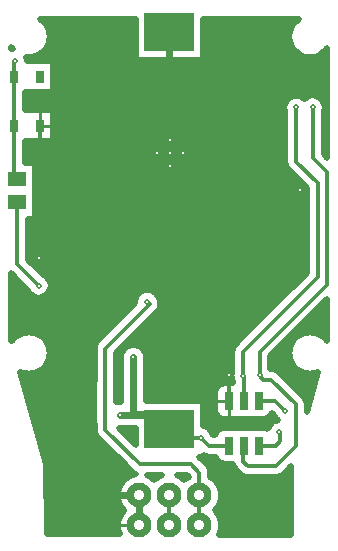
<source format=gbr>
G04 DipTrace 3.2.0.1*
G04 Íèæíèé.gbr*
%MOMM*%
G04 #@! TF.FileFunction,Copper,L2,Bot*
G04 #@! TF.Part,Single*
%AMOUTLINE0*
4,1,4,
-0.3758,0.7496,
0.3742,0.75043,
0.3758,-0.7496,
-0.3742,-0.75043,
-0.3758,0.7496,
0*%
%ADD15C,0.3*%
%ADD19C,0.2*%
%ADD31C,0.9*%
G04 #@! TA.AperFunction,CopperBalancing*
%ADD10C,0.25*%
G04 #@! TA.AperFunction,ViaPad*
%ADD16C,0.6*%
G04 #@! TA.AperFunction,CopperBalancing*
%ADD17C,0.5*%
%ADD24R,1.5X1.3*%
G04 #@! TA.AperFunction,ComponentPad*
%ADD27C,2.1*%
%ADD28R,4.2X3.2*%
%ADD29R,0.7X1.1*%
%ADD54OUTLINE0*%
%FSLAX35Y35*%
G04*
G71*
G90*
G75*
G01*
G04 Bottom*
%LPD*%
X-254000Y-3150000D2*
D16*
Y-2942539D1*
X-304822Y-2891717D1*
X-481647D1*
X-973067Y-2400298D1*
Y-998817D1*
X-992040D1*
X-1106547Y-884310D1*
X-973067Y-998817D2*
X-832970D1*
X-154003Y-319850D1*
X-3483D1*
Y-108392D1*
Y3092D1*
Y117053D1*
Y989360D1*
X-1097727Y232953D2*
D15*
Y-875490D1*
X-1106547Y-884310D1*
X506357Y-1878090D2*
Y-326133D1*
X-154003D1*
Y-319850D1*
X1108917Y-312217D2*
X1119900Y-323200D1*
X-133D1*
X-3483Y-319850D1*
X501683Y-2098333D2*
Y-2092303D1*
X504023Y-2094643D1*
Y-1880423D1*
X506357Y-1878090D1*
X570Y3092D2*
D16*
X-3483D1*
X3048Y-108392D2*
X-3483D1*
X3048Y117053D2*
X-3483D1*
X-418780Y-2210937D2*
Y-2214270D1*
X-116730D1*
D15*
X0Y-2331000D1*
X-304650Y-1725780D2*
D16*
Y-2195840D1*
D15*
X0D1*
Y-2331000D1*
X-1289510Y-409070D2*
Y-937387D1*
X-1107593Y-1119303D1*
X264207Y-2405507D2*
X74507D1*
X0Y-2331000D1*
X502090Y-2475337D2*
X334037D1*
X264207Y-2405507D1*
X0Y-2896000D2*
Y-3150000D1*
X254000D2*
Y-2702043D1*
X184340Y-2632383D1*
X-249387D1*
X-542870Y-2338900D1*
Y-1652050D1*
X-168710Y-1277890D1*
X-189413Y-1257187D1*
X755683Y-2098060D2*
X897367D1*
X979887Y-2180580D1*
X756093Y-2475060D2*
X900747D1*
X937503Y-2438303D1*
Y-2360080D1*
X929383D1*
X1073257Y389020D2*
Y-71457D1*
X1254863Y-253063D1*
Y-1048343D1*
X624897Y-1678310D1*
Y-1880660D1*
X628680D1*
Y-2098197D1*
X1212133Y390020D2*
Y-41423D1*
X1330990Y-160280D1*
Y-1110470D1*
X762763Y-1678697D1*
Y-1876577D1*
Y-1883613D1*
X794757Y-1915607D1*
X861557D1*
X1069723Y-2123773D1*
Y-2477657D1*
X898393Y-2648987D1*
X662579D1*
X625123Y-2611531D1*
Y-2479167D1*
X629093Y-2475197D1*
X-1312727Y647953D2*
Y232953D1*
Y-195853D1*
X-1289510Y-219070D1*
X-1312727Y647953D2*
Y783380D1*
X-1308273D1*
D17*
D3*
X1212133Y390020D3*
X1073257Y389020D3*
X1108917Y-312217D3*
X-1106547Y-884310D3*
X-1107593Y-1119303D3*
X-189413Y-1257187D3*
X-304650Y-1725780D3*
X762763Y-1876577D3*
X506357Y-1878090D3*
X624897Y-1880660D3*
X979887Y-2180580D3*
X-418780Y-2210937D3*
X929383Y-2360080D3*
X264207Y-2405507D3*
D16*
X570Y3092D3*
X-103481D3*
X112054Y5569D3*
X3048Y-108392D3*
Y117053D3*
X-1041195Y1090304D2*
D17*
X-292041D1*
X291995D2*
X1041149D1*
X-1017132Y1040637D2*
X-292041D1*
X291995D2*
X1017178D1*
X-1009658Y990971D2*
X-292041D1*
X291995D2*
X1009704D1*
X-1016585Y941304D2*
X-292041D1*
X291995D2*
X1016540D1*
X-1039827Y891637D2*
X-292041D1*
X291995D2*
X1039873D1*
X-1091051Y841971D2*
X-292041D1*
X291995D2*
X1091006D1*
X1288949D2*
X1331722D1*
X-1201702Y792304D2*
X1331722D1*
X-980765Y742637D2*
X1331722D1*
X-980765Y692971D2*
X1331722D1*
X-980765Y643304D2*
X1331722D1*
X-980765Y593637D2*
X1331722D1*
X-980765Y543971D2*
X1331722D1*
X-1215739Y494304D2*
X1331722D1*
X-1215739Y444637D2*
X982725D1*
X1303259D2*
X1331792D1*
X-1215739Y394971D2*
X966410D1*
X-980765Y345304D2*
X976071D1*
X1309092D2*
X1331735D1*
X-980765Y295637D2*
X976253D1*
X1309092D2*
X1331735D1*
X-980765Y245971D2*
X976253D1*
X1309092D2*
X1331735D1*
X-980765Y196304D2*
X976253D1*
X1309092D2*
X1331735D1*
X-980765Y146637D2*
X976253D1*
X1309092D2*
X1331735D1*
X-1215739Y96971D2*
X976253D1*
X1309092D2*
X1331735D1*
X-1215739Y47304D2*
X976253D1*
X1309092D2*
X1331735D1*
X-1215739Y-2363D2*
X976253D1*
X1309092D2*
X1331735D1*
X-1215739Y-52029D2*
X976253D1*
X-1132523Y-101696D2*
X981357D1*
X-1132523Y-151363D2*
X1018089D1*
X-1132523Y-201029D2*
X1067764D1*
X-1132523Y-250696D2*
X1117347D1*
X-1132523Y-300363D2*
X1157907D1*
X-1132523Y-350029D2*
X1157907D1*
X-1132523Y-399696D2*
X1157907D1*
X-1132523Y-449363D2*
X1157907D1*
X-1132523Y-499029D2*
X1157907D1*
X-1132523Y-548696D2*
X1157907D1*
X-1192497Y-598363D2*
X1157907D1*
X-1192497Y-648029D2*
X1157907D1*
X-1192497Y-697696D2*
X1157907D1*
X-1192497Y-747363D2*
X1157907D1*
X-1192497Y-797029D2*
X1157907D1*
X-1192497Y-846696D2*
X1157907D1*
X-1192497Y-896363D2*
X1157907D1*
X-1145739Y-946029D2*
X1157907D1*
X-1096064Y-995696D2*
X1157907D1*
X-1336598Y-1045363D2*
X-1316692D1*
X-1032353D2*
X1122725D1*
X-1336598Y-1095029D2*
X-1266937D1*
X-1003551D2*
X1073050D1*
X-1336598Y-1144696D2*
X-1217353D1*
X-1003825D2*
X1023376D1*
X-1336507Y-1194363D2*
X-1181624D1*
X-1033538D2*
X-274814D1*
X-104033D2*
X973701D1*
X-1336507Y-1244029D2*
X-295596D1*
X-78148D2*
X924027D1*
X-1336507Y-1293696D2*
X-319658D1*
X-73044D2*
X874443D1*
X1282842D2*
X1331722D1*
X-1336416Y-1343363D2*
X-369333D1*
X-99111D2*
X824769D1*
X1233167D2*
X1331722D1*
X-1336416Y-1393029D2*
X-418916D1*
X-148786D2*
X775094D1*
X1183584D2*
X1331722D1*
X-1336416Y-1442696D2*
X-468590D1*
X-198369D2*
X725420D1*
X1133910D2*
X1331722D1*
X-1336325Y-1492363D2*
X-518265D1*
X-248044D2*
X675745D1*
X1084235D2*
X1331722D1*
X-1336325Y-1542029D2*
X-1289085D1*
X-1090960D2*
X-567939D1*
X-297718D2*
X626071D1*
X1034561D2*
X1090915D1*
X1289040D2*
X1331722D1*
X-1039827Y-1591696D2*
X-617340D1*
X-347393D2*
X576397D1*
X984886D2*
X1039782D1*
X-1016585Y-1641363D2*
X-639215D1*
X-397067D2*
X-375416D1*
X-233916D2*
X535654D1*
X935212D2*
X1016540D1*
X-1009658Y-1691029D2*
X-639853D1*
X-445830D2*
X-410895D1*
X-198460D2*
X527907D1*
X885537D2*
X1009704D1*
X-1017132Y-1740696D2*
X-639853D1*
X-445830D2*
X-416675D1*
X-192627D2*
X527907D1*
X859743D2*
X1017178D1*
X-1041195Y-1790363D2*
X-639853D1*
X-445830D2*
X-416675D1*
X-192627D2*
X527907D1*
X859743D2*
X1041240D1*
X-1094241Y-1840029D2*
X-639853D1*
X-445830D2*
X-416675D1*
X-192627D2*
X526357D1*
X918988D2*
X1094287D1*
X-1250010Y-1889696D2*
X-639853D1*
X-445830D2*
X-416675D1*
X-192627D2*
X518337D1*
X970759D2*
X1243037D1*
X-1235700Y-1939363D2*
X-639853D1*
X-445830D2*
X-416675D1*
X-192627D2*
X531644D1*
X1020433D2*
X1228636D1*
X-1221390Y-1989029D2*
X-639853D1*
X-445830D2*
X-416675D1*
X-192627D2*
X390186D1*
X1070107D2*
X1214144D1*
X-1207080Y-2038696D2*
X-639853D1*
X-445830D2*
X-416675D1*
X-192627D2*
X382165D1*
X1119782D2*
X1199743D1*
X-1192770Y-2088363D2*
X-639853D1*
X-445830D2*
X-416675D1*
X-192627D2*
X382165D1*
X1159613D2*
X1185376D1*
X-1178369Y-2138029D2*
X-639853D1*
X291995D2*
X382256D1*
X-1164059Y-2187696D2*
X-639853D1*
X291995D2*
X383623D1*
X-1149749Y-2237363D2*
X-639853D1*
X291995D2*
X416436D1*
X840602D2*
X890120D1*
X-1135439Y-2287029D2*
X-639853D1*
X291995D2*
X853206D1*
X-1121130Y-2336696D2*
X-639853D1*
X-410010D2*
X-292041D1*
X344495D2*
X416253D1*
X-1106820Y-2386363D2*
X-626637D1*
X-360335D2*
X-292041D1*
X-1092510Y-2436029D2*
X-580882D1*
X-310661D2*
X-292078D1*
X-1078200Y-2485696D2*
X-531208D1*
X-1063890Y-2535363D2*
X-481533D1*
X-1049580Y-2585029D2*
X-431859D1*
X272126D2*
X390915D1*
X-1036364Y-2634696D2*
X-382184D1*
X321800D2*
X531097D1*
X-1036090Y-2684363D2*
X-332510D1*
X349326D2*
X562816D1*
X998102D2*
X1027609D1*
X-1035817Y-2734029D2*
X-341989D1*
X-166012D2*
X-87965D1*
X88011D2*
X150837D1*
X350967D2*
X622516D1*
X938493D2*
X1027660D1*
X-1035544Y-2783696D2*
X-402236D1*
X402191D2*
X1027660D1*
X-1035361Y-2833363D2*
X-429853D1*
X429899D2*
X1027660D1*
X-1035088Y-2883029D2*
X-440518D1*
X440563D2*
X1027660D1*
X-1034814Y-2932696D2*
X-437236D1*
X437282D2*
X1027660D1*
X-1034541Y-2982363D2*
X-419189D1*
X419235D2*
X1027660D1*
X-1034359Y-3032029D2*
X-397588D1*
X397634D2*
X1027660D1*
X-1034085Y-3081696D2*
X-427666D1*
X427712D2*
X1027660D1*
X-1033812Y-3131363D2*
X-440062D1*
X440016D2*
X1027660D1*
X-1033538Y-3181029D2*
X-438330D1*
X438376D2*
X1027660D1*
X-1328951Y883267D2*
X-1340153Y899562D1*
X-1341225Y879890D1*
X-1329047Y883166D1*
X1259393Y-1850929D2*
X1244181Y-1856752D1*
X1217428Y-1863175D1*
X1190000Y-1865333D1*
X1162572Y-1863175D1*
X1135819Y-1856752D1*
X1110400Y-1846223D1*
X1086942Y-1831848D1*
X1066021Y-1813979D1*
X1048152Y-1793058D1*
X1033777Y-1769600D1*
X1023248Y-1744181D1*
X1016825Y-1717428D1*
X1014667Y-1690000D1*
X1016825Y-1662572D1*
X1023248Y-1635819D1*
X1033777Y-1610400D1*
X1048152Y-1586942D1*
X1066021Y-1566021D1*
X1086942Y-1548152D1*
X1110400Y-1533777D1*
X1135819Y-1523248D1*
X1162572Y-1516825D1*
X1190000Y-1514667D1*
X1217428Y-1516825D1*
X1244181Y-1523248D1*
X1269600Y-1533777D1*
X1293058Y-1548152D1*
X1313979Y-1566021D1*
X1331848Y-1586942D1*
X1334806Y-1591368D1*
X1336766Y-1565003D1*
Y-1234782D1*
X854730Y-1716838D1*
X854763Y-1823527D1*
X875949Y-1824739D1*
X889986Y-1828109D1*
X903324Y-1833634D1*
X915633Y-1841177D1*
X926611Y-1850553D1*
X1139681Y-2064024D1*
X1148166Y-2075703D1*
X1154720Y-2088566D1*
X1159182Y-2102296D1*
X1161440Y-2116555D1*
X1161724Y-2186573D1*
X1259295Y-1851126D1*
X534560Y-2627302D2*
X458711Y-2627149D1*
X446775Y-2625272D1*
X435279Y-2621550D1*
X424508Y-2616076D1*
X414725Y-2608985D1*
X406172Y-2600450D1*
X399060Y-2590682D1*
X393563Y-2579923D1*
X389812Y-2568412D1*
X385423Y-2567337D1*
X326818Y-2567053D1*
X312560Y-2564795D1*
X298830Y-2560334D1*
X292245Y-2557296D1*
X287000Y-2560667D1*
Y-2568000D1*
X250086D1*
X323957Y-2642294D1*
X332443Y-2653973D1*
X338997Y-2666836D1*
X343458Y-2680566D1*
X345716Y-2694825D1*
X346000Y-2738957D1*
X360977Y-2748759D1*
X382693Y-2767307D1*
X401241Y-2789023D1*
X416163Y-2813374D1*
X427092Y-2839759D1*
X433759Y-2867529D1*
X436000Y-2896000D1*
X433759Y-2924471D1*
X427092Y-2952241D1*
X416163Y-2978626D1*
X401241Y-3002977D1*
X384323Y-3022931D1*
X401241Y-3043023D1*
X416163Y-3067374D1*
X427092Y-3093759D1*
X433759Y-3121529D1*
X436000Y-3150000D1*
X433759Y-3178471D1*
X427092Y-3206241D1*
X418757Y-3226999D1*
X1032713Y-3228819D1*
X1032636Y-2644894D1*
X958143Y-2718944D1*
X946463Y-2727430D1*
X933600Y-2733984D1*
X919870Y-2738445D1*
X905612Y-2740703D1*
X781727Y-2740987D1*
X655361Y-2740703D1*
X641102Y-2738445D1*
X627372Y-2733984D1*
X614509Y-2727430D1*
X602830Y-2718944D1*
X560069Y-2676585D1*
X550694Y-2665607D1*
X543151Y-2653298D1*
X537626Y-2639961D1*
X535660Y-2632980D1*
X464109Y-1946373D2*
X536697Y-1946293D1*
X536680Y-1931856D1*
X530661Y-1919694D1*
X525715Y-1904471D1*
X523211Y-1888663D1*
Y-1872657D1*
X525715Y-1856849D1*
X530661Y-1841626D1*
X532901Y-1836768D1*
X533180Y-1671092D1*
X535438Y-1656833D1*
X539899Y-1643103D1*
X546453Y-1630240D1*
X554939Y-1618561D1*
X642338Y-1530760D1*
X1162900Y-1010199D1*
X1162863Y-291195D1*
X1003299Y-131206D1*
X994814Y-119527D1*
X988259Y-106664D1*
X983798Y-92934D1*
X981540Y-78675D1*
X981256Y45210D1*
Y344989D1*
X976249Y357500D1*
X972512Y373064D1*
X971257Y389020D1*
X972512Y404976D1*
X976249Y420540D1*
X982374Y435327D1*
X990737Y448974D1*
X1001132Y461145D1*
X1013303Y471540D1*
X1026950Y479903D1*
X1041737Y486028D1*
X1057300Y489764D1*
X1073257Y491020D1*
X1089213Y489764D1*
X1104776Y486028D1*
X1119564Y479903D1*
X1133211Y471540D1*
X1142096Y464182D1*
X1152179Y472540D1*
X1165826Y480903D1*
X1180614Y487028D1*
X1196177Y490764D1*
X1212133Y492020D1*
X1228090Y490764D1*
X1243653Y487028D1*
X1258440Y480903D1*
X1272087Y472540D1*
X1284258Y462145D1*
X1294653Y449974D1*
X1303016Y436327D1*
X1309141Y421540D1*
X1312878Y405976D1*
X1314133Y390020D1*
X1312878Y374064D1*
X1309141Y358500D1*
X1304129Y346128D1*
X1304133Y-3274D1*
X1336803Y-35986D1*
X1336658Y894141D1*
X1323325Y876130D1*
X1303870Y856675D1*
X1281611Y840504D1*
X1257097Y828013D1*
X1230931Y819511D1*
X1203756Y815207D1*
X1176244D1*
X1149069Y819511D1*
X1122903Y828013D1*
X1098389Y840504D1*
X1076130Y856675D1*
X1056675Y876130D1*
X1040504Y898389D1*
X1028013Y922903D1*
X1019511Y949069D1*
X1015207Y976244D1*
Y1003756D1*
X1019511Y1030931D1*
X1028013Y1057097D1*
X1040504Y1081611D1*
X1056675Y1103870D1*
X1076130Y1123325D1*
X1094498Y1136897D1*
X1089357Y1138953D1*
X286997Y1139327D1*
X287000Y794000D1*
X-287000D1*
Y1139534D1*
X-1098999Y1139838D1*
X-1086942Y1131848D1*
X-1066021Y1113979D1*
X-1048152Y1093058D1*
X-1033777Y1069600D1*
X-1023248Y1044181D1*
X-1016825Y1017428D1*
X-1014667Y990000D1*
X-1016825Y962572D1*
X-1023248Y935819D1*
X-1033777Y910400D1*
X-1048152Y886942D1*
X-1066021Y866021D1*
X-1086942Y848152D1*
X-1110400Y833777D1*
X-1135819Y823248D1*
X-1162572Y816825D1*
X-1190000Y814667D1*
X-1211714Y816149D1*
X-1207529Y799336D1*
X-1206273Y783380D1*
X-1206407Y779973D1*
X-985726Y779953D1*
Y515953D1*
X-1220687D1*
X-1220726Y364946D1*
X-985726Y364953D1*
Y100953D1*
X-1220687D1*
X-1220726Y-77034D1*
X-1137510Y-77070D1*
Y-551070D1*
X-1197575D1*
X-1197510Y-899343D1*
X-1073708Y-1023081D1*
X-1061286Y-1028421D1*
X-1047639Y-1036784D1*
X-1035468Y-1047178D1*
X-1025074Y-1059349D1*
X-1016711Y-1072996D1*
X-1010586Y-1087784D1*
X-1006849Y-1103347D1*
X-1005593Y-1119303D1*
X-1006849Y-1135260D1*
X-1010586Y-1150823D1*
X-1016711Y-1165610D1*
X-1025074Y-1179257D1*
X-1035468Y-1191428D1*
X-1047639Y-1201823D1*
X-1061286Y-1210186D1*
X-1076074Y-1216311D1*
X-1091637Y-1220048D1*
X-1107593Y-1221303D1*
X-1123550Y-1220048D1*
X-1139113Y-1216311D1*
X-1153900Y-1210186D1*
X-1167547Y-1201823D1*
X-1179718Y-1191428D1*
X-1190113Y-1179257D1*
X-1198476Y-1165610D1*
X-1203681Y-1153318D1*
X-1341654Y-1015489D1*
X-1341293Y-1590371D1*
X-1331848Y-1586942D1*
X-1313979Y-1566021D1*
X-1293058Y-1548152D1*
X-1269600Y-1533777D1*
X-1244181Y-1523248D1*
X-1217428Y-1516825D1*
X-1190000Y-1514667D1*
X-1162572Y-1516825D1*
X-1135819Y-1523248D1*
X-1110400Y-1533777D1*
X-1086942Y-1548152D1*
X-1066021Y-1566021D1*
X-1048152Y-1586942D1*
X-1033777Y-1610400D1*
X-1023248Y-1635819D1*
X-1016825Y-1662572D1*
X-1014667Y-1690000D1*
X-1016825Y-1717428D1*
X-1023248Y-1744181D1*
X-1033777Y-1769600D1*
X-1048152Y-1793058D1*
X-1066021Y-1813979D1*
X-1086942Y-1831848D1*
X-1110400Y-1846223D1*
X-1135819Y-1856752D1*
X-1162572Y-1863175D1*
X-1190000Y-1865333D1*
X-1217428Y-1863175D1*
X-1244181Y-1856752D1*
X-1267207Y-1847326D1*
X-1041413Y-2632328D1*
X-1038374Y-3222810D1*
X-419963Y-3224604D1*
X-426699Y-3207438D1*
X-431672Y-3189454D1*
X-434778Y-3171056D1*
X-435984Y-3152436D1*
X-435277Y-3133791D1*
X-432665Y-3115317D1*
X-428175Y-3097206D1*
X-421854Y-3079651D1*
X-413769Y-3062835D1*
X-404006Y-3046935D1*
X-392665Y-3032119D1*
X-384349Y-3023004D1*
X-401241Y-3002977D1*
X-416163Y-2978626D1*
X-427092Y-2952241D1*
X-433759Y-2924471D1*
X-436000Y-2896000D1*
X-433759Y-2867529D1*
X-427092Y-2839759D1*
X-416163Y-2813374D1*
X-401241Y-2789023D1*
X-382693Y-2767307D1*
X-360977Y-2748759D1*
X-336626Y-2733837D1*
X-310241Y-2722908D1*
X-285701Y-2716883D1*
X-297457Y-2710826D1*
X-309136Y-2702341D1*
X-396936Y-2614941D1*
X-612827Y-2398649D1*
X-621313Y-2386970D1*
X-627867Y-2374107D1*
X-632328Y-2360377D1*
X-634586Y-2346118D1*
X-634870Y-2222233D1*
X-634587Y-1644832D1*
X-632328Y-1630573D1*
X-627867Y-1616843D1*
X-621313Y-1603980D1*
X-612827Y-1592301D1*
X-525428Y-1504500D1*
X-290637Y-1269710D1*
X-291413Y-1257187D1*
X-290158Y-1241230D1*
X-286421Y-1225667D1*
X-280296Y-1210880D1*
X-271933Y-1197233D1*
X-261538Y-1185062D1*
X-249367Y-1174667D1*
X-235720Y-1166304D1*
X-220933Y-1160179D1*
X-205370Y-1156442D1*
X-189413Y-1155187D1*
X-173457Y-1156442D1*
X-157894Y-1160179D1*
X-143106Y-1166304D1*
X-129459Y-1174667D1*
X-117288Y-1185062D1*
X-106894Y-1197233D1*
X-98531Y-1210880D1*
X-92006Y-1227082D1*
X-83713Y-1242683D1*
X-79252Y-1256413D1*
X-76993Y-1270672D1*
Y-1285108D1*
X-79252Y-1299367D1*
X-83713Y-1313097D1*
X-90267Y-1325960D1*
X-98753Y-1337639D1*
X-186152Y-1425440D1*
X-450847Y-1690135D1*
X-450870Y-2108782D1*
X-435519Y-2105254D1*
X-418780Y-2103936D1*
X-411664Y-2104216D1*
X-411320Y-1717385D1*
X-408694Y-1700801D1*
X-403505Y-1684833D1*
X-395883Y-1669873D1*
X-386014Y-1656289D1*
X-374141Y-1644416D1*
X-360557Y-1634547D1*
X-345597Y-1626925D1*
X-329629Y-1621736D1*
X-313045Y-1619110D1*
X-296255D1*
X-279671Y-1621736D1*
X-263703Y-1626925D1*
X-248743Y-1634547D1*
X-235159Y-1644416D1*
X-223286Y-1656289D1*
X-213417Y-1669873D1*
X-205795Y-1684833D1*
X-200606Y-1700801D1*
X-197980Y-1717385D1*
X-197650Y-1819113D1*
Y-2093918D1*
X287000Y-2094000D1*
Y-2306097D1*
X303240Y-2311271D1*
X317502Y-2318537D1*
X330450Y-2327945D1*
X341768Y-2339263D1*
X351176Y-2352212D1*
X358442Y-2366473D1*
X360294Y-2371492D1*
X372120Y-2383312D1*
X389362Y-2383336D1*
X393340Y-2370986D1*
X398814Y-2360214D1*
X405905Y-2350432D1*
X414440Y-2341879D1*
X424208Y-2334766D1*
X434967Y-2329269D1*
X446455Y-2325523D1*
X458387Y-2323620D1*
X539428Y-2323293D1*
X551474Y-2324228D1*
X563248Y-2327045D1*
X567641Y-2327031D1*
X579387Y-2324197D1*
X591455Y-2323237D1*
X672473Y-2323384D1*
X684409Y-2325262D1*
X690252Y-2326905D1*
X694641Y-2326894D1*
X706387Y-2324061D1*
X718455Y-2323101D1*
X799473Y-2323247D1*
X811409Y-2325125D1*
X822904Y-2328846D1*
X828418Y-2331383D1*
X832376Y-2328560D1*
X838501Y-2313773D1*
X846864Y-2300126D1*
X857258Y-2287955D1*
X869429Y-2277560D1*
X883076Y-2269197D1*
X897864Y-2263072D1*
X914887Y-2259163D1*
X902325Y-2246824D1*
X892917Y-2233875D1*
X885651Y-2219614D1*
X883799Y-2214595D1*
X866431Y-2197232D1*
X861910Y-2207901D1*
X855608Y-2218210D1*
X847771Y-2227407D1*
X838592Y-2235264D1*
X828297Y-2241589D1*
X817139Y-2246225D1*
X805393Y-2249059D1*
X793349Y-2250020D1*
X712304Y-2249873D1*
X700368Y-2247995D1*
X694525Y-2246352D1*
X690136Y-2246362D1*
X678390Y-2249195D1*
X666346Y-2250157D1*
X585301Y-2250009D1*
X573365Y-2248132D1*
X567522Y-2246489D1*
X557089Y-2248202D1*
X543250Y-2250190D1*
X459300Y-2250217D1*
X445488Y-2248053D1*
X432295Y-2243427D1*
X420155Y-2236492D1*
X409470Y-2227476D1*
X400591Y-2216677D1*
X393811Y-2204450D1*
X389354Y-2191199D1*
X387366Y-2177345D1*
X387240Y-2018792D1*
X389335Y-2004969D1*
X393895Y-1991753D1*
X400770Y-1979579D1*
X409733Y-1968849D1*
X420488Y-1959917D1*
X432681Y-1953076D1*
X445910Y-1948553D1*
X459757Y-1946497D1*
X-193726Y-2724395D2*
X-171374Y-2733837D1*
X-147023Y-2748759D1*
X-127069Y-2765677D1*
X-106977Y-2748759D1*
X-82626Y-2733837D1*
X-60274Y-2724395D1*
X-193459Y-2724383D1*
X60274Y-2724395D2*
X82626Y-2733837D1*
X106977Y-2748759D1*
X126931Y-2765677D1*
X147023Y-2748759D1*
X161292Y-2739483D1*
X146216Y-2724367D1*
X60655Y-2724383D1*
X-287000Y-2464732D2*
Y-2321268D1*
X-427208Y-2320936D1*
X-428319Y-2323344D1*
X-286980Y-2464682D1*
X501683Y-1946308D2*
D10*
Y-2250359D1*
X387121Y-2098333D2*
X501683D1*
X-435909Y-3150000D2*
X-254000D1*
X-1097727Y364862D2*
Y101044D1*
Y232953D2*
X-985818D1*
D54*
X502090Y-2475337D3*
X629093Y-2475197D3*
X756093Y-2475060D3*
X501683Y-2098333D3*
X628680Y-2098197D3*
X755683Y-2098060D3*
D24*
X-1289510Y-409070D3*
Y-219070D3*
D27*
X-254000Y-3150000D3*
X0D3*
X254000D3*
X-254000Y-2896000D3*
X0D3*
X254000D3*
D28*
X0Y1031000D3*
Y-2331000D3*
D29*
X-1097727Y232953D3*
X-1312727D3*
X-1097727Y647953D3*
X-1312727D3*
G04 Bottom Clear*
%LPC*%
D19*
X-1308273Y783380D3*
X1212133Y390020D3*
X1073257Y389020D3*
X1108917Y-312217D3*
X-1106547Y-884310D3*
X-1107593Y-1119303D3*
X-189413Y-1257187D3*
X-304650Y-1725780D3*
X762763Y-1876577D3*
X506357Y-1878090D3*
X624897Y-1880660D3*
X979887Y-2180580D3*
X-418780Y-2210937D3*
X929383Y-2360080D3*
X264207Y-2405507D3*
D15*
X570Y3092D3*
X-103481D3*
X112054Y5569D3*
X3048Y-108392D3*
Y117053D3*
D31*
X-254000Y-3150000D3*
X0D3*
X254000D3*
X-254000Y-2896000D3*
X0D3*
X254000D3*
M02*

</source>
